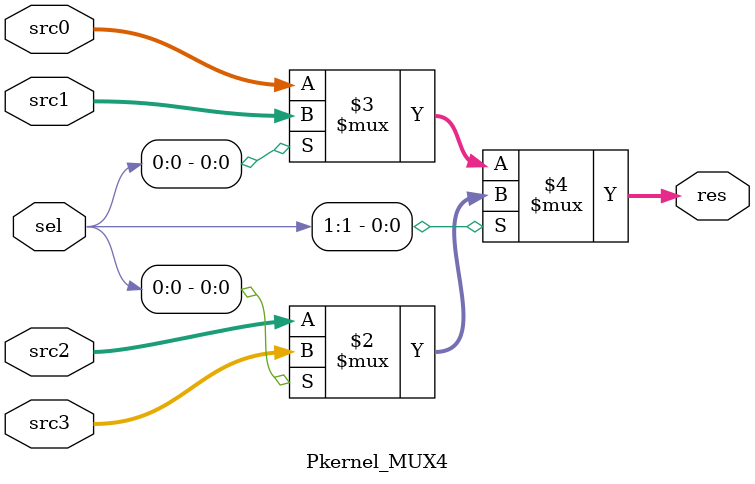
<source format=v>
`define PKERNEL_PC_INIT         32'H00000000
`define PKERNEL_STATE_INIT      2'D0
`define PKERNEL_STATE_FETCH     2'D1
`define PKERNEL_STATE_EXEC      2'D2
`define PKERNEL_STATE_WB        2'D3
`define PKERNEL_NPC_ADD4        1'B0
`define PKERNEL_NPC_OFFSET      1'B1
`define PKERNEL_BR_NO           3'D0
`define PKERNEL_BR_BEQ          3'D1
`define PKERNEL_BR_BNE          3'D2
`define PKERNEL_BR_BLT          3'D3
`define PKERNEL_BR_BGE          3'D4
`define PKERNEL_BR_BLTU         3'D5
`define PKERNEL_BR_BGEU         3'D6
`define PKERNEL_BR_JUMP         3'D7
`define PKERNEL_ALU_ADD         4'D0
`define PKERNEL_ALU_SUB         4'D1
`define PKERNEL_ALU_SLT         4'D2
`define PKERNEL_ALU_SLTU        4'D3
`define PKERNEL_ALU_AND         4'D4
`define PKERNEL_ALU_OR          4'D5
`define PKERNEL_ALU_XOR         4'D6
`define PKERNEL_ALU_SLL         4'D7
`define PKERNEL_ALU_SRL         4'D8
`define PKERNEL_ALU_SRA         4'D9
`define PKERNEL_ALU_SRC0_RF     1'B0
`define PKERNEL_ALU_SRC0_PC     1'B1
`define PKERNEL_ALU_SRC1_RF     1'B0
`define PKERNEL_ALU_SRC1_IMM    1'B1
`define PKERNEL_WB_ALU          2'D0
`define PKERNEL_WB_DMEM         2'D1
`define PKERNEL_WB_PCADD4       2'D2
`define PKERNEL_WB_IMM          2'D3

module PDU_kernel (
    input                   [ 0 : 0]            sys_clk,
    input                   [ 0 : 0]            sys_rst,

    output                  [31 : 0]            imem_addr,
    input                   [31 : 0]            imem_rdata,

    output                  [31 : 0]            dmem_addr,
    output                  [31 : 0]            dmem_wdata,
    output                  [ 0 : 0]            dmem_we,
    input                   [31 : 0]            dmem_rdata
);

    reg  [ 1 : 0]           cur_state       ;
    reg  [ 1 : 0]           next_state      ;

    wire [31 : 0]           pc              ;
    wire [31 : 0]           npc             ;
    wire [31 : 0]           pc_offset       ;
    wire [31 : 0]           inst            ;

    wire [ 0 : 0]           dmem_we_raw     ;
    wire [ 4 : 0]           rf_ra0          ;
    wire [ 4 : 0]           rf_ra1          ;
    wire [ 0 : 0]           rf_we           ;
    wire [ 4 : 0]           rf_wa           ;
    wire [ 1 : 0]           wb_mux_sel      ;
    wire [ 2 : 0]           br_type         ;
    wire [ 0 : 0]           alu_src0_sel    ;
    wire [ 0 : 0]           alu_src1_sel    ;
    wire [31 : 0]           imm             ;

    wire [31 : 0]           rf_rd0          ;
    wire [31 : 0]           rf_rd1          ;
    wire [31 : 0]           rf_wd           ;

    wire [31 : 0]           alu_res         ;
    wire [ 3 : 0]           alu_op          ;
    wire [31 : 0]           alu_src0        ;
    wire [31 : 0]           alu_src1        ;

    wire [ 0 : 0]           npc_sel         ;   

    wire [31 : 0]           pc_add4     =   pc + 32'H4;

    always @(posedge sys_clk) begin
        if (sys_rst)
            cur_state <= `PKERNEL_STATE_INIT;
        else
            cur_state <= next_state;
    end

    always @(*) begin
        case (cur_state)
            `PKERNEL_STATE_INIT:
                next_state = `PKERNEL_STATE_FETCH;

            `PKERNEL_STATE_FETCH:
                next_state = `PKERNEL_STATE_EXEC;

            `PKERNEL_STATE_EXEC:
                next_state = `PKERNEL_STATE_WB;

            `PKERNEL_STATE_WB:
                next_state = `PKERNEL_STATE_FETCH;
        endcase
    end

    Pkernel_MUX2 pdu_npc_mux (
        .src0           (pc_add4        ),
        .src1           (pc_offset      ),
        .sel            (npc_sel        ),
        .res            (npc            )
    );

    PKernel_PC pdu_pc (
        .sys_clk        (sys_clk        ),
        .sys_rst        (sys_rst        ),

        .set            (cur_state == `PKERNEL_STATE_INIT),
        .we             (cur_state == `PKERNEL_STATE_WB),

        .npc            (npc            ),
        .pc             (pc             )        
    );

    assign  imem_addr   = pc;
    assign  inst        = imem_rdata;

    PKernel_Decoder pdu_decoder (
        .inst           (inst           ),

        .dmem_we        (dmem_we_raw    ),
        .rf_ra0         (rf_ra0         ),
        .rf_ra1         (rf_ra1         ),
        .rf_we          (rf_we          ),
        .rf_wa          (rf_wa          ),
        .wb_mux_sel     (wb_mux_sel     ),
        .br_type        (br_type        ),
        .alu_op         (alu_op         ),
        .alu_src0_sel   (alu_src0_sel   ),
        .alu_src1_sel   (alu_src1_sel   ),
        .imm            (imm            )
    );

    Pkernel_RegFile pdu_rf (
        .sys_clk        (sys_clk        ),
        .en             (cur_state == `PKERNEL_STATE_WB),

        .rf_ra0         (rf_ra0         ),
        .rf_ra1         (rf_ra1         ),
        .rf_rd0         (rf_rd0         ),
        .rf_rd1         (rf_rd1         ),
        .rf_wa          (rf_wa          ),
        .rf_wd          (rf_wd          ),
        .rf_we          (rf_we          )
    );

    Pkernel_MUX2 pdu_alu_src0_mux (
        .src0           (rf_rd0         ),
        .src1           (pc             ),
        .sel            (alu_src0_sel   ),
        .res            (alu_src0       )
    );

    Pkernel_MUX2 pdu_alu_src1_mux (
        .src0           (rf_rd1         ),
        .src1           (imm            ),
        .sel            (alu_src1_sel   ),
        .res            (alu_src1       )
    );

    Pkernel_ALU pdu_alu (
        .src0           (alu_src0       ),
        .src1           (alu_src1       ),
        .alu_op         (alu_op         ),
        .res            (alu_res        )
    );

    assign pc_offset = alu_res;

    Pkernel_Branch pdu_branch (
        .src0           (rf_rd0         ),
        .src1           (rf_rd1         ),
        .br_type        (br_type        ),
        .npc_sel        (npc_sel        )
    );

    assign  dmem_addr   = alu_res;
    assign  dmem_wdata  = rf_rd1;
    assign  dmem_we     = dmem_we_raw && (cur_state == `PKERNEL_STATE_EXEC);

    Pkernel_MUX4 pdu_wb_mux (
        .src0           (alu_res        ),
        .src1           (dmem_rdata     ),
        .src2           (pc_add4        ),
        .src3           (imm            ),
        .sel            (wb_mux_sel     ),
        .res            (rf_wd          )
    );

endmodule



module PKernel_PC (
    input                   [ 0 : 0]            sys_clk,
    input                   [ 0 : 0]            sys_rst,

    input                   [ 0 : 0]            set,
    input                   [ 0 : 0]            we,

    input                   [31 : 0]            npc,
    output          reg     [31 : 0]            pc
);
    always @(posedge sys_clk) begin
        if (sys_rst)
            pc <= 'B0;
        else if (set)
            pc <= `PKERNEL_PC_INIT;
        else if (we)
            pc <= npc;
    end

endmodule

module PKernel_Decoder(
    input                   [31 : 0]            inst,

    output                  [ 0 : 0]            dmem_we,

    output                  [ 4 : 0]            rf_ra0,
    output                  [ 4 : 0]            rf_ra1,
    output                  [ 0 : 0]            rf_we,
    output                  [ 4 : 0]            rf_wa,

    output          reg     [ 1 : 0]            wb_mux_sel,

    output          reg     [ 2 : 0]            br_type,

    output          reg     [ 3 : 0]            alu_op,
    output          reg     [ 0 : 0]            alu_src0_sel,
    output          reg     [ 0 : 0]            alu_src1_sel,
    
    output          reg     [31 : 0]            imm 
);

    wire [ 0 : 0]  is_OP            ;
    wire [ 0 : 0]  is_OP_IMM        ;
    wire [ 0 : 0]  is_STORE         ;
    wire [ 0 : 0]  is_LOAD          ;
    wire [ 0 : 0]  is_BRANCH        ;
    wire [ 0 : 0]  is_LUI           ; 
    wire [ 0 : 0]  is_AUIPC         ; 
    wire [ 0 : 0]  is_JAL           ; 
    wire [ 0 : 0]  is_JALR          ; 
    wire [ 2 : 0]  func3            ;

    assign is_OP            = ~inst[6] &  inst[5] &  inst[4] & ~inst[3] & ~inst[2];      //  (inst[6:2] == 5'B01100);
    assign is_OP_IMM        = ~inst[6] & ~inst[5] &  inst[4] & ~inst[3] & ~inst[2];      //  (inst[6:2] == 5'B00100); 
    assign is_LOAD          = ~inst[6] & ~inst[5] & ~inst[4] & ~inst[3] & ~inst[2];      //  (inst[6:2] == 5'B00000);
    assign is_STORE         = ~inst[6] &  inst[5] & ~inst[4] & ~inst[3] & ~inst[2];      //  (inst[6:2] == 5'B01000);
    assign is_BRANCH        =  inst[6] &  inst[5] & ~inst[4] & ~inst[3] & ~inst[2];      //  (inst[6:2] == 5'B11000);
    assign is_LUI           = ~inst[6] &  inst[5] &  inst[4] & ~inst[3] &  inst[2];      //  (inst[6:2] == 5'B01101);
    assign is_AUIPC         = ~inst[6] & ~inst[5] &  inst[4] & ~inst[3] &  inst[2];      //  (inst[6:2] == 5'B00101);
    assign is_JAL           =  inst[6] &  inst[5] & ~inst[4] &  inst[3] &  inst[2];      //  (inst[6:2] == 5'B11011);
    assign is_JALR          =  inst[6] &  inst[5] & ~inst[4] & ~inst[3] &  inst[2];      //  (inst[6:2] == 5'B11001);
    assign func3            =  inst[14:12];

    assign rf_ra0           = inst[19 : 15];
    assign rf_ra1           = inst[24 : 20];
    assign rf_wa            = inst[11 :  7];
    assign rf_we            = (|{is_OP , is_OP_IMM, is_LOAD, is_LUI, is_AUIPC, is_JAL, is_JALR});

    assign dmem_we          = is_STORE;

    always @(*) begin
        alu_op = `PKERNEL_ALU_ADD;
        if (is_OP || is_OP_IMM) begin
            case(func3)
                3'B000:
                    if (inst[30] && is_OP)
                        alu_op = `PKERNEL_ALU_SUB;
                    else
                        alu_op = `PKERNEL_ALU_ADD;
                3'B001:
                    alu_op = `PKERNEL_ALU_SLL;
                3'B010:
                    alu_op = `PKERNEL_ALU_SLT;
                3'B011:
                    alu_op = `PKERNEL_ALU_SLTU;
                3'B100:
                    alu_op = `PKERNEL_ALU_XOR;
                3'B101:
                    if (inst[30])
                        alu_op = `PKERNEL_ALU_SRA;
                    else
                        alu_op = `PKERNEL_ALU_SRL;
                3'B110:
                    alu_op = `PKERNEL_ALU_OR;
                3'B111:
                    alu_op = `PKERNEL_ALU_AND;
                default:
                    alu_op = `PKERNEL_ALU_ADD;
            endcase
        end
    end

    always @(*) begin
        if (is_BRANCH || is_AUIPC || is_JAL)
            alu_src0_sel = `PKERNEL_ALU_SRC0_PC;
        else
            alu_src0_sel = `PKERNEL_ALU_SRC0_RF;

        if (is_OP_IMM || is_LOAD || is_STORE || is_BRANCH || is_LUI || is_AUIPC || is_JAL || is_JALR)
            alu_src1_sel = `PKERNEL_ALU_SRC1_IMM;
        else
            alu_src1_sel = `PKERNEL_ALU_SRC1_RF;
    end

    always @(*) begin
        wb_mux_sel = `PKERNEL_WB_ALU;
        if (is_LOAD)
            wb_mux_sel = `PKERNEL_WB_DMEM;
        else if (is_JAL || is_JALR)
            wb_mux_sel = `PKERNEL_WB_PCADD4;
        else if (is_LUI)
            wb_mux_sel = `PKERNEL_WB_IMM;
    end

    always @(*) begin
        if (is_BRANCH)
            case(func3)
                3'B000:
                    br_type = `PKERNEL_BR_BEQ;
                3'B001:
                    br_type = `PKERNEL_BR_BNE;
                3'B100:
                    br_type = `PKERNEL_BR_BLT;
                3'B110:
                    br_type = `PKERNEL_BR_BLTU;
                3'B101:
                    br_type = `PKERNEL_BR_BGE;
                3'B111:
                    br_type = `PKERNEL_BR_BGEU;
                default:
                    br_type = `PKERNEL_BR_NO;
            endcase
        else if (is_JAL || is_JALR)
            br_type = `PKERNEL_BR_JUMP;
        else
            br_type = `PKERNEL_BR_NO;
    end

    always @(*) begin
        imm = 0;
        if (is_BRANCH) begin
            imm = {{20{inst[31]}}, inst[7], inst[30:25], inst[11:8], 1'B0};
        end
        if (is_LOAD || is_OP_IMM || is_JALR) begin
            imm = {{20{inst[31]}}, inst[31:20]};
        end
        if (is_STORE) begin
            imm = {{20{inst[31]}}, inst[31:25], inst[11:7]};
        end
        if (is_LUI || is_AUIPC) begin
            imm = {inst[31:12], 12'h0};
        end
        if (is_JAL) begin
            imm = {{12{inst[31]}}, inst[19:12], inst[20], inst[30:21], 1'B0};
        end
    end

endmodule

module Pkernel_ALU (
    input                   [31 : 0]            src0,
    input                   [31 : 0]            src1,
    input                   [ 3 : 0]            alu_op,

    output          reg     [31 : 0]            res
);

    always @(*) begin
        case (alu_op)
            `PKERNEL_ALU_ADD:
                res = src0 + src1;
            `PKERNEL_ALU_SUB:
                res = src0 - src1;
            `PKERNEL_ALU_SLT:
                res = ($signed(src0) < $signed(src1)) ? 32'H1 : 32'H0;
            `PKERNEL_ALU_SLTU:
                res = (src0 < src1) ? 32'H1 : 32'H0;
            `PKERNEL_ALU_AND:
                res = src0 & src1;
            `PKERNEL_ALU_OR:
                res = src0 | src1;
            `PKERNEL_ALU_XOR:
                res = src0 ^ src1;
            `PKERNEL_ALU_SLL:
                res = src0 << src1[ 4 : 0];
            `PKERNEL_ALU_SRL:
                res = src0 >> src1[ 4 : 0];
            `PKERNEL_ALU_SRA:
                res = $signed(src0) >>> src1[ 4 : 0];
            default:
                res = 32'H0;
        endcase
    end

endmodule

module Pkernel_RegFile (
    input                   [ 0 : 0]            sys_clk,
    input                   [ 0 : 0]            en,

    input                   [ 4 : 0]            rf_ra0,
    input                   [ 4 : 0]            rf_ra1,
    output                  [31 : 0]            rf_rd0,
    output                  [31 : 0]            rf_rd1,

    input                   [ 4 : 0]            rf_wa,
    input                   [31 : 0]            rf_wd,
    input                   [ 0 : 0]            rf_we
);

    reg [31 : 0]    reg_file [0 : 31];

    integer i;
    initial begin
        for (i = 0; i < 32; i = i + 1)
            reg_file[i] = 0;
    end

    always @(posedge sys_clk) begin
        if (en && rf_we && (|rf_wa))
            reg_file[rf_wa] <= rf_wd;
    end

    assign rf_rd0 = reg_file[rf_ra0];
    assign rf_rd1 = reg_file[rf_ra1];

endmodule

module Pkernel_Branch (
    input                   [31 : 0]            src0,
    input                   [31 : 0]            src1,
    input                   [ 2 : 0]            br_type,            
    output          reg     [ 0 : 0]            npc_sel
);

    always @(*) begin
        npc_sel = `PKERNEL_NPC_ADD4;
        case (br_type)
            `PKERNEL_BR_NO:
                npc_sel = `PKERNEL_NPC_ADD4;
            `PKERNEL_BR_BEQ:
                if (src0 == src1)
                    npc_sel = `PKERNEL_NPC_OFFSET;
            `PKERNEL_BR_BNE:
                if (src0 != src1)
                    npc_sel = `PKERNEL_NPC_OFFSET;
            `PKERNEL_BR_BLT:
                if ($signed(src0) < $signed(src1))
                    npc_sel = `PKERNEL_NPC_OFFSET;
            `PKERNEL_BR_BLTU:
                if (src0 < src1)
                    npc_sel = `PKERNEL_NPC_OFFSET;
            `PKERNEL_BR_BGE:
                if ($signed(src0) >= $signed(src1))
                    npc_sel = `PKERNEL_NPC_OFFSET;
            `PKERNEL_BR_BGEU:
                if (src0 >= src1)
                    npc_sel = `PKERNEL_NPC_OFFSET;
            `PKERNEL_BR_JUMP:
                npc_sel = `PKERNEL_NPC_OFFSET;
        endcase
    end

endmodule

module Pkernel_MUX2 (
    input                   [31 : 0]            src0,
    input                   [31 : 0]            src1,
    input                   [ 0 : 0]            sel,
    output                  [31 : 0]            res
);

    assign  res = sel ? src1 : src0;

endmodule

module Pkernel_MUX4 (
    input                   [31 : 0]            src0,
    input                   [31 : 0]            src1,
    input                   [31 : 0]            src2,
    input                   [31 : 0]            src3,
    input                   [ 1 : 0]            sel,
    output                  [31 : 0]            res
);

    assign res = sel[1] ? (sel[0] ? src3 : src2) : (sel[0] ? src1 : src0);

endmodule
</source>
